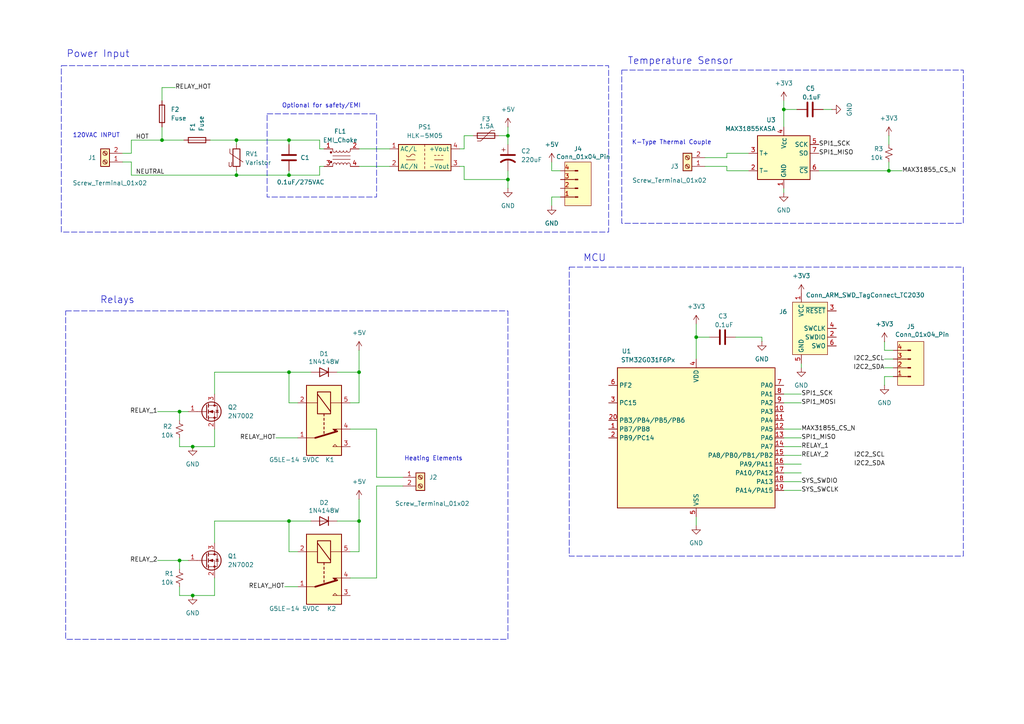
<source format=kicad_sch>
(kicad_sch (version 20250114) (generator "eeschema") (generator_version "9.0")
  (paper "A4")
  (title_block (title "IoT Crockpot Controller") (date "2025-01-25") (rev "0.1") (comment 1 "ESP32-based crockpot controller") (comment 2 "Temperature sensor and relay control"))
  (lib_symbols
    (symbol "Connector:Conn_ARM_SWD_TagConnect_TC2030" (in_bom no)
      (property "Reference" "J" (at 2.54 11.43 0))
      (property "Value" "Conn_ARM_SWD_TagConnect_TC2030" (at 5.08 8.89 0))
      (symbol "Conn_ARM_SWD_TagConnect_TC2030_0_0"
        (pin power_in line (at -2.54 10.16 270) (length 2.54) (name "VCC") (number "1"))
        (pin power_in line (at -2.54 -10.16 90) (length 2.54) (name "GND") (number "5"))
        (pin open_collector line (at 7.62 5.08 180) (length 2.54) (name "~{RESET}") (number "3"))
        (pin output line (at 7.62 0 180) (length 2.54) (name "SWCLK") (number "4"))
        (pin bidirectional line (at 7.62 -2.54 180) (length 2.54) (name "SWDIO") (number "2"))
        (pin input line (at 7.62 -5.08 180) (length 2.54) (name "SWO") (number "6"))
      )
      (symbol "Conn_ARM_SWD_TagConnect_TC2030_0_1"
        (rectangle (start -5.08 7.62) (end 5.08 -7.62) (fill (type background)))
      )
    )
    (symbol "Connector:Screw_Terminal_01x02" (pin_names (offset 1.016) (hide yes))
      (property "Reference" "J" (at 0 2.54 0))
      (property "Value" "Screw_Terminal_01x02" (at 0 -5.08 0))
      (symbol "Screw_Terminal_01x02_1_1"
        (rectangle (start -1.27 1.27) (end 1.27 -3.81) (stroke (width 0.254)) (fill (type background)))
        (polyline (pts (xy -0.5334 0.3302) (xy 0.3302 -0.508)) (stroke (width 0.1524)))
        (polyline (pts (xy -0.5334 -2.2098) (xy 0.3302 -3.048)) (stroke (width 0.1524)))
        (polyline (pts (xy -0.3556 0.508) (xy 0.508 -0.3302)) (stroke (width 0.1524)))
        (polyline (pts (xy -0.3556 -2.032) (xy 0.508 -2.8702)) (stroke (width 0.1524)))
        (circle (center 0 0) (radius 0.635) (stroke (width 0.1524)))
        (circle (center 0 -2.54) (radius 0.635) (stroke (width 0.1524)))
        (pin passive line (at -5.08 0 0) (length 3.81) (name "Pin_1") (number "1"))
        (pin passive line (at -5.08 -2.54 0) (length 3.81) (name "Pin_2") (number "2"))
      )
    )
    (symbol "Connectors:Conn_01x04_Pin" (pin_names (offset 1.016) (hide yes))
      (property "Reference" "J" (at 0 5.08 0))
      (property "Value" "Conn_01x04_Pin" (at 0 -7.62 0))
      (symbol "Conn_01x04_Pin_1_1"
        (rectangle (start -3.81 5.08) (end 3.81 -7.62) (fill (type background)))
        (rectangle (start 0.8636 2.667) (end 0 2.413) (stroke (width 0.1524)) (fill (type outline)))
        (rectangle (start 0.8636 0.127) (end 0 -0.127) (stroke (width 0.1524)) (fill (type outline)))
        (rectangle (start 0.8636 -2.413) (end 0 -2.667) (stroke (width 0.1524)) (fill (type outline)))
        (rectangle (start 0.8636 -4.953) (end 0 -5.207) (stroke (width 0.1524)) (fill (type outline)))
        (polyline (pts (xy 1.27 2.54) (xy 0.8636 2.54)) (stroke (width 0.1524)))
        (polyline (pts (xy 1.27 0) (xy 0.8636 0)) (stroke (width 0.1524)))
        (polyline (pts (xy 1.27 -2.54) (xy 0.8636 -2.54)) (stroke (width 0.1524)))
        (polyline (pts (xy 1.27 -5.08) (xy 0.8636 -5.08)) (stroke (width 0.1524)))
        (pin passive line (at 5.08 2.54 180) (length 3.81) (name "Pin_1") (number "1"))
        (pin passive line (at 5.08 0 180) (length 3.81) (name "Pin_2") (number "2"))
        (pin passive line (at 5.08 -2.54 180) (length 3.81) (name "Pin_3") (number "3"))
        (pin passive line (at 5.08 -5.08 180) (length 3.81) (name "Pin_4") (number "4"))
      )
    )
    (symbol "Converter_ACDC:HLK-5M05"
      (property "Reference" "PS" (at 0 5.08 0))
      (property "Value" "HLK-5M05" (at 0 -5.08 0))
      (symbol "HLK-5M05_0_1"
        (rectangle (start -7.62 3.81) (end 7.62 -3.81) (stroke (width 0.254)) (fill (type background)))
        (polyline (pts (xy -5.334 -0.635) (xy -2.794 -0.635)))
        (arc (start -4.064 0.635) (mid -4.699 0.2495) (end -5.334 0.635))
        (arc (start -4.064 0.635) (mid -3.429 1.0072) (end -2.794 0.635))
        (polyline (pts (xy 0 3.81) (xy 0 3.175)))
        (polyline (pts (xy 0 2.54) (xy 0 1.905)))
        (polyline (pts (xy 0 1.27) (xy 0 0.635)))
        (polyline (pts (xy 0 0) (xy 0 -0.635)))
        (polyline (pts (xy 0 -1.27) (xy 0 -1.905)))
        (polyline (pts (xy 0 -2.54) (xy 0 -3.175)))
        (polyline (pts (xy 2.794 0.635) (xy 3.302 0.635)))
        (polyline (pts (xy 2.794 -0.635) (xy 5.334 -0.635)))
        (polyline (pts (xy 3.81 0.635) (xy 4.318 0.635)))
        (polyline (pts (xy 4.826 0.635) (xy 5.334 0.635)))
      )
      (symbol "HLK-5M05_1_1"
        (pin power_in line (at -10.16 2.54 0) (length 2.54) (name "AC/L") (number "1"))
        (pin power_in line (at -10.16 -2.54 0) (length 2.54) (name "AC/N") (number "2"))
        (pin power_out line (at 10.16 2.54 180) (length 2.54) (name "+Vout") (number "4"))
        (pin power_out line (at 10.16 -2.54 180) (length 2.54) (name "-Vout") (number "3"))
      )
    )
    (symbol "Device:C" (pin_numbers (hide yes)) (pin_names (offset 0.254))
      (property "Reference" "C" (at 0.635 2.54 0))
      (property "Value" "C" (at 0.635 -2.54 0))
      (symbol "C_0_1"
        (polyline (pts (xy -2.032 0.762) (xy 2.032 0.762)) (stroke (width 0.508)))
        (polyline (pts (xy -2.032 -0.762) (xy 2.032 -0.762)) (stroke (width 0.508)))
      )
      (symbol "C_1_1"
        (pin passive line (at 0 3.81 270) (length 2.794) (name "~") (number "1"))
        (pin passive line (at 0 -3.81 90) (length 2.794) (name "~") (number "2"))
      )
    )
    (symbol "Device:C_Polarized_US" (pin_numbers (hide yes)) (pin_names (offset 0.254) (hide yes))
      (property "Reference" "C" (at 0.635 2.54 0))
      (property "Value" "C_Polarized_US" (at 0.635 -2.54 0))
      (symbol "C_Polarized_US_0_1"
        (polyline (pts (xy -2.032 0.762) (xy 2.032 0.762)) (stroke (width 0.508)))
        (polyline (pts (xy -1.778 2.286) (xy -0.762 2.286)))
        (polyline (pts (xy -1.27 1.778) (xy -1.27 2.794)))
        (arc (start -2.032 -1.27) (mid 0 -0.5572) (end 2.032 -1.27) (stroke (width 0.508)))
      )
      (symbol "C_Polarized_US_1_1"
        (pin passive line (at 0 3.81 270) (length 2.794) (name "~") (number "1"))
        (pin passive line (at 0 -3.81 90) (length 3.302) (name "~") (number "2"))
      )
    )
    (symbol "Device:Filter_EMI_CommonMode" (pin_names (offset 0.254) (hide yes))
      (property "Reference" "FL" (at 0 4.445 0))
      (property "Value" "Filter_EMI_CommonMode" (at 0 -4.445 0))
      (symbol "Filter_EMI_CommonMode_0_1"
        (circle (center -3.048 1.524) (radius 0.254) (fill (type outline)))
        (circle (center -3.048 -1.27) (radius 0.254) (fill (type outline)))
        (polyline (pts (xy -2.54 2.032) (xy -2.54 2.54)))
        (polyline (pts (xy -2.54 0.508) (xy 2.54 0.508)))
        (polyline (pts (xy -2.54 -2.032) (xy -2.54 -2.54)))
        (arc (start -1.524 2.032) (mid -2.032 1.5262) (end -2.54 2.032))
        (arc (start -2.54 -2.032) (mid -2.032 -1.5262) (end -1.524 -2.032))
        (arc (start -0.508 2.032) (mid -1.016 1.5262) (end -1.524 2.032))
        (arc (start -1.524 -2.032) (mid -1.016 -1.5262) (end -0.508 -2.032))
        (arc (start 0.508 2.032) (mid 0 1.5262) (end -0.508 2.032))
        (arc (start -0.508 -2.032) (mid 0 -1.5262) (end 0.508 -2.032))
        (arc (start 1.524 2.032) (mid 1.016 1.5262) (end 0.508 2.032))
        (arc (start 0.508 -2.032) (mid 1.016 -1.5262) (end 1.524 -2.032))
        (arc (start 2.54 2.032) (mid 2.032 1.5262) (end 1.524 2.032))
        (arc (start 1.524 -2.032) (mid 2.032 -1.5262) (end 2.54 -2.032))
        (polyline (pts (xy 2.54 2.54) (xy 2.54 2.032)))
        (polyline (pts (xy 2.54 -0.508) (xy -2.54 -0.508)))
        (polyline (pts (xy 2.54 -2.032) (xy 2.54 -2.54)))
      )
      (symbol "Filter_EMI_CommonMode_1_1"
        (pin passive line (at -5.08 2.54 0) (length 2.54) (name "1") (number "1"))
        (pin passive line (at -5.08 -2.54 0) (length 2.54) (name "3") (number "3"))
        (pin passive line (at 5.08 2.54 180) (length 2.54) (name "2") (number "2"))
        (pin passive line (at 5.08 -2.54 180) (length 2.54) (name "4") (number "4"))
      )
    )
    (symbol "Device:Fuse" (pin_numbers (hide yes)) (pin_names (offset 0))
      (property "Reference" "F" (at 2.032 0 90))
      (property "Value" "Fuse" (at -1.905 0 90))
      (symbol "Fuse_0_1"
        (rectangle (start -0.762 -2.54) (end 0.762 2.54) (stroke (width 0.254)))
        (polyline (pts (xy 0 2.54) (xy 0 -2.54)))
      )
      (symbol "Fuse_1_1"
        (pin passive line (at 0 3.81 270) (length 1.27) (name "~") (number "1"))
        (pin passive line (at 0 -3.81 90) (length 1.27) (name "~") (number "2"))
      )
    )
    (symbol "Device:Polyfuse" (pin_numbers (hide yes)) (pin_names (offset 0))
      (property "Reference" "F" (at -2.54 0 90))
      (property "Value" "Polyfuse" (at 2.54 0 90))
      (symbol "Polyfuse_0_1"
        (polyline (pts (xy -1.524 2.54) (xy -1.524 1.524) (xy 1.524 -1.524) (xy 1.524 -2.54)))
        (rectangle (start -0.762 2.54) (end 0.762 -2.54) (stroke (width 0.254)))
        (polyline (pts (xy 0 2.54) (xy 0 -2.54)))
      )
      (symbol "Polyfuse_1_1"
        (pin passive line (at 0 3.81 270) (length 1.27) (name "~") (number "1"))
        (pin passive line (at 0 -3.81 90) (length 1.27) (name "~") (number "2"))
      )
    )
    (symbol "Device:R_Small_US" (pin_numbers (hide yes)) (pin_names (offset 0.254) (hide yes))
      (property "Reference" "R" (at 0.762 0.508 0))
      (property "Value" "R_Small_US" (at 0.762 -1.016 0))
      (symbol "R_Small_US_1_1"
        (polyline (pts (xy 0 1.524) (xy 1.016 1.143) (xy 0 0.762) (xy -1.016 0.381) (xy 0 0)))
        (polyline (pts (xy 0 0) (xy 1.016 -0.381) (xy 0 -0.762) (xy -1.016 -1.143) (xy 0 -1.524)))
        (pin passive line (at 0 2.54 270) (length 1.016) (name "~") (number "1"))
        (pin passive line (at 0 -2.54 90) (length 1.016) (name "~") (number "2"))
      )
    )
    (symbol "Device:Varistor" (pin_numbers (hide yes)) (pin_names (offset 0))
      (property "Reference" "RV" (at 3.175 0 90))
      (property "Value" "Varistor" (at -3.175 0 90))
      (symbol "Varistor_0_0"
        (text "U" (at -1.778 -2.032 0) (effects (font (size 1.27 1.27))))
      )
      (symbol "Varistor_0_1"
        (polyline (pts (xy -1.905 2.54) (xy -1.905 1.27) (xy 1.905 -1.27)))
        (rectangle (start -1.016 -2.54) (end 1.016 2.54) (stroke (width 0.254)))
      )
      (symbol "Varistor_1_1"
        (pin passive line (at 0 3.81 270) (length 1.27) (name "~") (number "1"))
        (pin passive line (at 0 -3.81 90) (length 1.27) (name "~") (number "2"))
      )
    )
    (symbol "Diode:1N4148W" (pin_numbers (hide yes)) (pin_names (hide yes))
      (property "Reference" "D" (at 0 2.54 0))
      (property "Value" "1N4148W" (at 0 -2.54 0))
      (symbol "1N4148W_0_1"
        (polyline (pts (xy -1.27 1.27) (xy -1.27 -1.27)) (stroke (width 0.254)))
        (polyline (pts (xy 1.27 1.27) (xy 1.27 -1.27) (xy -1.27 0) (xy 1.27 1.27)) (stroke (width 0.254)))
        (polyline (pts (xy 1.27 0) (xy -1.27 0)))
      )
      (symbol "1N4148W_1_1"
        (pin passive line (at -3.81 0 0) (length 2.54) (name "K") (number "1"))
        (pin passive line (at 3.81 0 180) (length 2.54) (name "A") (number "2"))
      )
    )
    (symbol "MCU_ST_STM32G0:STM32G031F6Px"
      (property "Reference" "U" (at -22.86 21.59 0))
      (property "Value" "STM32G031F6Px" (at 2.54 21.59 0))
      (symbol "STM32G031F6Px_0_1"
        (rectangle (start -22.86 -20.32) (end 22.86 20.32) (stroke (width 0.254)) (fill (type background)))
      )
      (symbol "STM32G031F6Px_1_1"
        (pin bidirectional line (at -25.4 15.24 0) (length 2.54) (name "PF2") (number "6"))
        (pin bidirectional line (at -25.4 10.16 0) (length 2.54) (name "PC15") (number "3"))
        (pin bidirectional line (at -25.4 5.08 0) (length 2.54) (name "PB3/PB4/PB5/PB6") (number "20"))
        (pin bidirectional line (at -25.4 2.54 0) (length 2.54) (name "PB7/PB8") (number "1"))
        (pin bidirectional line (at -25.4 0 0) (length 2.54) (name "PB9/PC14") (number "2"))
        (pin power_in line (at 0 22.86 270) (length 2.54) (name "VDD") (number "4"))
        (pin power_in line (at 0 -22.86 90) (length 2.54) (name "VSS") (number "5"))
        (pin bidirectional line (at 25.4 15.24 180) (length 2.54) (name "PA0") (number "7"))
        (pin bidirectional line (at 25.4 12.7 180) (length 2.54) (name "PA1") (number "8"))
        (pin bidirectional line (at 25.4 10.16 180) (length 2.54) (name "PA2") (number "9"))
        (pin bidirectional line (at 25.4 7.62 180) (length 2.54) (name "PA3") (number "10"))
        (pin bidirectional line (at 25.4 5.08 180) (length 2.54) (name "PA4") (number "11"))
        (pin bidirectional line (at 25.4 2.54 180) (length 2.54) (name "PA5") (number "12"))
        (pin bidirectional line (at 25.4 0 180) (length 2.54) (name "PA6") (number "13"))
        (pin bidirectional line (at 25.4 -2.54 180) (length 2.54) (name "PA7") (number "14"))
        (pin bidirectional line (at 25.4 -5.08 180) (length 2.54) (name "PA8/PB0/PB1/PB2") (number "15"))
        (pin bidirectional line (at 25.4 -7.62 180) (length 2.54) (name "PA9/PA11") (number "16"))
        (pin bidirectional line (at 25.4 -10.16 180) (length 2.54) (name "PA10/PA12") (number "17"))
        (pin bidirectional line (at 25.4 -12.7 180) (length 2.54) (name "PA13") (number "18"))
        (pin bidirectional line (at 25.4 -15.24 180) (length 2.54) (name "PA14/PA15") (number "19"))
      )
    )
    (symbol "Relay:G5LE-1"
      (property "Reference" "K" (at 11.43 3.81 0))
      (property "Value" "G5LE-1" (at 11.43 1.27 0))
      (symbol "G5LE-1_0_0"
        (polyline (pts (xy 7.62 5.08) (xy 7.62 2.54) (xy 6.985 3.175) (xy 7.62 3.81)))
      )
      (symbol "G5LE-1_0_1"
        (rectangle (start -10.16 5.08) (end 10.16 -5.08) (stroke (width 0.254)) (fill (type background)))
        (rectangle (start -8.255 1.905) (end -1.905 -1.905) (stroke (width 0.254)))
        (polyline (pts (xy -7.62 -1.905) (xy -2.54 1.905)) (stroke (width 0.254)))
        (polyline (pts (xy -5.08 5.08) (xy -5.08 1.905)))
        (polyline (pts (xy -5.08 -5.08) (xy -5.08 -1.905)))
        (polyline (pts (xy -1.905 0) (xy -1.27 0)) (stroke (width 0.254)))
        (polyline (pts (xy -0.635 0) (xy 0 0)) (stroke (width 0.254)))
        (polyline (pts (xy 0.635 0) (xy 1.27 0)) (stroke (width 0.254)))
        (polyline (pts (xy 1.905 0) (xy 2.54 0)) (stroke (width 0.254)))
        (polyline (pts (xy 2.54 5.08) (xy 2.54 2.54) (xy 3.175 3.175) (xy 2.54 3.81)) (fill (type outline)))
        (polyline (pts (xy 3.175 0) (xy 3.81 0)) (stroke (width 0.254)))
        (polyline (pts (xy 5.08 -2.54) (xy 3.175 3.81)) (stroke (width 0.508)))
        (polyline (pts (xy 5.08 -2.54) (xy 5.08 -5.08)))
      )
      (symbol "G5LE-1_1_1"
        (pin passive line (at -5.08 7.62 270) (length 2.54) (name "~") (number "5"))
        (pin passive line (at -5.08 -7.62 90) (length 2.54) (name "~") (number "2"))
        (pin passive line (at 2.54 7.62 270) (length 2.54) (name "~") (number "4"))
        (pin passive line (at 5.08 -7.62 90) (length 2.54) (name "~") (number "1"))
        (pin passive line (at 7.62 7.62 270) (length 2.54) (name "~") (number "3"))
      )
    )
    (symbol "Sensor_Temperature:MAX31855KASA"
      (property "Reference" "U" (at -7.62 8.89 0))
      (property "Value" "MAX31855KASA" (at 1.27 8.89 0))
      (symbol "MAX31855KASA_0_1"
        (rectangle (start -7.62 7.62) (end 7.62 -5.08) (stroke (width 0.254)) (fill (type background)))
      )
      (symbol "MAX31855KASA_1_1"
        (pin passive line (at -10.16 2.54 0) (length 2.54) (name "T+") (number "3"))
        (pin passive line (at -10.16 -2.54 0) (length 2.54) (name "T-") (number "2"))
        (pin no_connect line (at -7.62 5.08 0) (length 2.54) (hide yes) (name "NC") (number "8"))
        (pin power_in line (at 0 10.16 270) (length 2.54) (name "V_{CC}") (number "4"))
        (pin power_in line (at 0 -7.62 90) (length 2.54) (name "GND") (number "1"))
        (pin input line (at 10.16 5.08 180) (length 2.54) (name "SCK") (number "5"))
        (pin tri_state line (at 10.16 2.54 180) (length 2.54) (name "SO") (number "7"))
        (pin input line (at 10.16 -2.54 180) (length 2.54) (name "~{CS}") (number "6"))
      )
    )
    (symbol "Transistor_FET:2N7002" (pin_names (offset 0) (hide yes))
      (property "Reference" "Q" (at 5.08 1.905 0))
      (property "Value" "2N7002" (at 5.08 0 0))
      (symbol "2N7002_0_1"
        (polyline (pts (xy 0.254 1.905) (xy 0.254 -1.905)) (stroke (width 0.254)))
        (polyline (pts (xy 0.254 0) (xy -2.54 0)))
        (polyline (pts (xy 0.762 2.286) (xy 0.762 1.27)) (stroke (width 0.254)))
        (polyline (pts (xy 0.762 0.508) (xy 0.762 -0.508)) (stroke (width 0.254)))
        (polyline (pts (xy 0.762 -1.27) (xy 0.762 -2.286)) (stroke (width 0.254)))
        (polyline (pts (xy 0.762 -1.778) (xy 3.302 -1.778) (xy 3.302 1.778) (xy 0.762 1.778)))
        (polyline (pts (xy 1.016 0) (xy 2.032 0.381) (xy 2.032 -0.381) (xy 1.016 0)) (fill (type outline)))
        (circle (center 1.651 0) (radius 2.794) (stroke (width 0.254)))
        (polyline (pts (xy 2.54 2.54) (xy 2.54 1.778)))
        (circle (center 2.54 1.778) (radius 0.254) (fill (type outline)))
        (circle (center 2.54 -1.778) (radius 0.254) (fill (type outline)))
        (polyline (pts (xy 2.54 -2.54) (xy 2.54 0) (xy 0.762 0)))
        (polyline (pts (xy 2.921 0.381) (xy 3.683 0.381)))
        (polyline (pts (xy 3.302 0.381) (xy 2.921 -0.254) (xy 3.683 -0.254) (xy 3.302 0.381)))
      )
      (symbol "2N7002_1_1"
        (pin input line (at -5.08 0 0) (length 2.54) (name "G") (number "1"))
        (pin passive line (at 2.54 5.08 270) (length 2.54) (name "D") (number "3"))
        (pin passive line (at 2.54 -5.08 90) (length 2.54) (name "S") (number "2"))
      )
    )
    (symbol "power:+3V3" (power) (pin_numbers (hide yes)) (pin_names (offset 0) (hide yes))
      (property "Value" "+3V3" (at 0 3.556 0))
      (symbol "+3V3_0_1"
        (polyline (pts (xy -0.762 1.27) (xy 0 2.54)))
        (polyline (pts (xy 0 2.54) (xy 0.762 1.27)))
        (polyline (pts (xy 0 0) (xy 0 2.54)))
      )
      (symbol "+3V3_1_1"
        (pin power_in line (at 0 0 90) (length 0) (name "~") (number "1"))
      )
    )
    (symbol "power:+5V" (power) (pin_numbers (hide yes)) (pin_names (offset 0) (hide yes))
      (property "Value" "+5V" (at 0 3.556 0))
      (symbol "+5V_0_1"
        (polyline (pts (xy -0.762 1.27) (xy 0 2.54)))
        (polyline (pts (xy 0 2.54) (xy 0.762 1.27)))
        (polyline (pts (xy 0 0) (xy 0 2.54)))
      )
      (symbol "+5V_1_1"
        (pin power_in line (at 0 0 90) (length 0) (name "~") (number "1"))
      )
    )
    (symbol "power:GND" (power) (pin_numbers (hide yes)) (pin_names (offset 0) (hide yes))
      (property "Value" "GND" (at 0 -3.81 0))
      (symbol "GND_0_1"
        (polyline (pts (xy 0 0) (xy 0 -1.27) (xy 1.27 -1.27) (xy 0 -2.54) (xy -1.27 -1.27) (xy 0 -1.27)))
      )
      (symbol "GND_1_1"
        (pin power_in line (at 0 0 270) (length 0) (name "~") (number "1"))
      )
    )
  )
  (rectangle (start 165.1 77.47) (end 279.4 161.29) (stroke (width 0) (type dash)))
  (rectangle (start 19.05 90.17) (end 147.32 185.42) (stroke (width 0) (type dash)))
  (rectangle (start 180.34 20.32) (end 279.4 64.77) (stroke (width 0) (type dash)))
  (rectangle (start 77.47 33.02) (end 109.22 57.15) (stroke (width 0) (type dash)))
  (rectangle (start 17.78 19.05) (end 176.53 67.31) (stroke (width 0) (type dash)))
  (text "120VAC INPUT" (at 27.94 39.37 0) (effects (font (size 1.27 1.27))))
  (text "K-Type Thermal Couple" (at 194.818 41.402 0) (effects (font (size 1.27 1.27))))
  (text "Relays" (at 34.036 87.122 0) (effects (font (size 2.032 2.032))))
  (text "Power Input" (at 28.448 15.748 0) (effects (font (size 2.032 2.032))))
  (text "Heating Elements" (at 125.73 133.096 0) (effects (font (size 1.27 1.27))))
  (text "Optional for safety/EMI" (at 93.218 30.734 0) (effects (font (size 1.27 1.27))))
  (text "Temperature Sensor" (at 197.358 17.78 0) (effects (font (size 2.032 2.032))))
  (text "MCU" (at 172.466 74.93 0) (effects (font (size 2.032 2.032))))
  (junction (at 104.14 107.95))
  (junction (at 83.82 40.64))
  (junction (at 227.33 31.75))
  (junction (at 55.88 172.72))
  (junction (at 83.82 50.8))
  (junction (at 68.58 50.8))
  (junction (at 104.14 151.13))
  (junction (at 83.82 107.95))
  (junction (at 147.32 39.37))
  (junction (at 257.81 49.53))
  (junction (at 83.82 151.13))
  (junction (at 201.93 97.79))
  (junction (at 52.07 119.38))
  (junction (at 46.99 40.64))
  (junction (at 52.07 162.56))
  (junction (at 55.88 129.54))
  (junction (at 68.58 40.64))
  (junction (at 147.32 52.07))
  (wire (pts (xy 227.33 29.21) (xy 227.33 31.75)))
  (wire (pts (xy 160.02 46.99) (xy 160.02 49.53)))
  (wire (pts (xy 83.82 151.13) (xy 83.82 160.02)))
  (wire (pts (xy 147.32 36.83) (xy 147.32 39.37)))
  (wire (pts (xy 227.33 36.83) (xy 227.33 31.75)))
  (wire (pts (xy 232.41 129.54) (xy 227.33 129.54)))
  (wire (pts (xy 256.54 104.14) (xy 259.08 104.14)))
  (wire (pts (xy 147.32 52.07) (xy 147.32 54.61)))
  (wire (pts (xy 38.1 40.64) (xy 46.99 40.64)))
  (wire (pts (xy 147.32 49.53) (xy 147.32 52.07)))
  (wire (pts (xy 256.54 106.68) (xy 259.08 106.68)))
  (wire (pts (xy 227.33 114.3) (xy 232.41 114.3)))
  (wire (pts (xy 220.98 97.79) (xy 220.98 99.06)))
  (wire (pts (xy 144.78 39.37) (xy 147.32 39.37)))
  (wire (pts (xy 83.82 40.64) (xy 83.82 41.91)))
  (wire (pts (xy 256.54 109.22) (xy 256.54 111.76)))
  (wire (pts (xy 109.22 140.97) (xy 109.22 167.64)))
  (wire (pts (xy 45.72 119.38) (xy 52.07 119.38)))
  (wire (pts (xy 38.1 44.45) (xy 38.1 40.64)))
  (wire (pts (xy 55.88 172.72) (xy 52.07 172.72)))
  (wire (pts (xy 86.36 116.84) (xy 83.82 116.84)))
  (wire (pts (xy 232.41 139.7) (xy 227.33 139.7)))
  (wire (pts (xy 104.14 43.18) (xy 113.03 43.18)))
  (wire (pts (xy 68.58 49.53) (xy 68.58 50.8)))
  (wire (pts (xy 227.33 134.62) (xy 232.41 134.62)))
  (wire (pts (xy 104.14 151.13) (xy 104.14 160.02)))
  (wire (pts (xy 92.71 48.26) (xy 92.71 50.8)))
  (wire (pts (xy 52.07 119.38) (xy 54.61 119.38)))
  (wire (pts (xy 232.41 106.68) (xy 232.41 105.41)))
  (wire (pts (xy 82.55 170.18) (xy 86.36 170.18)))
  (wire (pts (xy 256.54 101.6) (xy 259.08 101.6)))
  (wire (pts (xy 52.07 127) (xy 52.07 129.54)))
  (wire (pts (xy 257.81 49.53) (xy 257.81 46.99)))
  (wire (pts (xy 45.72 162.56) (xy 52.07 162.56)))
  (wire (pts (xy 104.14 101.6) (xy 104.14 107.95)))
  (wire (pts (xy 147.32 39.37) (xy 147.32 41.91)))
  (wire (pts (xy 68.58 40.64) (xy 83.82 40.64)))
  (wire (pts (xy 68.58 40.64) (xy 68.58 41.91)))
  (wire (pts (xy 204.47 45.72) (xy 210.82 45.72)))
  (wire (pts (xy 109.22 167.64) (xy 101.6 167.64)))
  (wire (pts (xy 92.71 40.64) (xy 92.71 43.18)))
  (wire (pts (xy 101.6 116.84) (xy 104.14 116.84)))
  (wire (pts (xy 62.23 124.46) (xy 62.23 129.54)))
  (wire (pts (xy 134.62 48.26) (xy 134.62 52.07)))
  (wire (pts (xy 92.71 43.18) (xy 93.98 43.18)))
  (wire (pts (xy 46.99 40.64) (xy 53.34 40.64)))
  (wire (pts (xy 90.17 151.13) (xy 83.82 151.13)))
  (wire (pts (xy 62.23 114.3) (xy 62.23 107.95)))
  (wire (pts (xy 52.07 121.92) (xy 52.07 119.38)))
  (wire (pts (xy 62.23 151.13) (xy 83.82 151.13)))
  (wire (pts (xy 232.41 124.46) (xy 227.33 124.46)))
  (wire (pts (xy 133.35 43.18) (xy 134.62 43.18)))
  (wire (pts (xy 201.93 93.98) (xy 201.93 97.79)))
  (wire (pts (xy 213.36 97.79) (xy 220.98 97.79)))
  (wire (pts (xy 46.99 25.4) (xy 50.8 25.4)))
  (wire (pts (xy 46.99 36.83) (xy 46.99 40.64)))
  (wire (pts (xy 83.82 50.8) (xy 68.58 50.8)))
  (wire (pts (xy 101.6 124.46) (xy 109.22 124.46)))
  (wire (pts (xy 227.33 127) (xy 232.41 127)))
  (wire (pts (xy 97.79 107.95) (xy 104.14 107.95)))
  (wire (pts (xy 55.88 129.54) (xy 52.07 129.54)))
  (wire (pts (xy 52.07 162.56) (xy 54.61 162.56)))
  (wire (pts (xy 227.33 54.61) (xy 227.33 55.88)))
  (wire (pts (xy 232.41 142.24) (xy 227.33 142.24)))
  (wire (pts (xy 62.23 157.48) (xy 62.23 151.13)))
  (wire (pts (xy 62.23 172.72) (xy 55.88 172.72)))
  (wire (pts (xy 160.02 49.53) (xy 162.56 49.53)))
  (wire (pts (xy 35.56 46.99) (xy 38.1 46.99)))
  (wire (pts (xy 116.84 140.97) (xy 109.22 140.97)))
  (wire (pts (xy 232.41 132.08) (xy 227.33 132.08)))
  (wire (pts (xy 62.23 107.95) (xy 83.82 107.95)))
  (wire (pts (xy 104.14 107.95) (xy 104.14 116.84)))
  (wire (pts (xy 160.02 57.15) (xy 162.56 57.15)))
  (wire (pts (xy 210.82 45.72) (xy 210.82 44.45)))
  (wire (pts (xy 62.23 167.64) (xy 62.23 172.72)))
  (wire (pts (xy 210.82 48.26) (xy 210.82 49.53)))
  (wire (pts (xy 101.6 160.02) (xy 104.14 160.02)))
  (wire (pts (xy 38.1 46.99) (xy 38.1 50.8)))
  (wire (pts (xy 104.14 144.78) (xy 104.14 151.13)))
  (wire (pts (xy 210.82 44.45) (xy 217.17 44.45)))
  (wire (pts (xy 38.1 50.8) (xy 68.58 50.8)))
  (wire (pts (xy 83.82 40.64) (xy 92.71 40.64)))
  (wire (pts (xy 133.35 48.26) (xy 134.62 48.26)))
  (wire (pts (xy 92.71 50.8) (xy 83.82 50.8)))
  (wire (pts (xy 259.08 109.22) (xy 256.54 109.22)))
  (wire (pts (xy 83.82 107.95) (xy 90.17 107.95)))
  (wire (pts (xy 204.47 48.26) (xy 210.82 48.26)))
  (wire (pts (xy 237.49 49.53) (xy 257.81 49.53)))
  (wire (pts (xy 201.93 97.79) (xy 205.74 97.79)))
  (wire (pts (xy 241.3 31.75) (xy 238.76 31.75)))
  (wire (pts (xy 227.33 116.84) (xy 232.41 116.84)))
  (wire (pts (xy 93.98 48.26) (xy 92.71 48.26)))
  (wire (pts (xy 97.79 151.13) (xy 104.14 151.13)))
  (wire (pts (xy 46.99 29.21) (xy 46.99 25.4)))
  (wire (pts (xy 62.23 129.54) (xy 55.88 129.54)))
  (wire (pts (xy 210.82 49.53) (xy 217.17 49.53)))
  (wire (pts (xy 256.54 99.06) (xy 256.54 101.6)))
  (wire (pts (xy 134.62 39.37) (xy 137.16 39.37)))
  (wire (pts (xy 257.81 49.53) (xy 261.62 49.53)))
  (wire (pts (xy 227.33 137.16) (xy 232.41 137.16)))
  (wire (pts (xy 201.93 97.79) (xy 201.93 104.14)))
  (wire (pts (xy 109.22 124.46) (xy 109.22 138.43)))
  (wire (pts (xy 109.22 138.43) (xy 116.84 138.43)))
  (wire (pts (xy 83.82 116.84) (xy 83.82 107.95)))
  (wire (pts (xy 35.56 44.45) (xy 38.1 44.45)))
  (wire (pts (xy 227.33 31.75) (xy 231.14 31.75)))
  (wire (pts (xy 201.93 149.86) (xy 201.93 152.4)))
  (wire (pts (xy 83.82 160.02) (xy 86.36 160.02)))
  (wire (pts (xy 60.96 40.64) (xy 68.58 40.64)))
  (wire (pts (xy 104.14 48.26) (xy 113.03 48.26)))
  (wire (pts (xy 52.07 165.1) (xy 52.07 162.56)))
  (wire (pts (xy 80.01 127) (xy 86.36 127)))
  (wire (pts (xy 83.82 49.53) (xy 83.82 50.8)))
  (wire (pts (xy 160.02 59.69) (xy 160.02 57.15)))
  (wire (pts (xy 134.62 39.37) (xy 134.62 43.18)))
  (wire (pts (xy 134.62 52.07) (xy 147.32 52.07)))
  (wire (pts (xy 257.81 39.37) (xy 257.81 41.91)))
  (wire (pts (xy 52.07 170.18) (xy 52.07 172.72)))
  (label "RELAY_HOT" (at 80.01 127 180))
  (label "I2C2_SCL" (at 247.65 132.08 0))
  (label "SPI1_MISO" (at 237.49 44.45 0))
  (label "SPI1_MISO" (at 232.41 127 0))
  (label "SYS_SWDIO" (at 232.41 139.7 0))
  (label "SPI1_SCK" (at 232.41 114.3 0))
  (label "RELAY_1" (at 45.72 119.38 180))
  (label "NEUTRAL" (at 39.37 50.8 0))
  (label "RELAY_1" (at 232.41 129.54 0))
  (label "MAX31855_CS_N" (at 232.41 124.46 0))
  (label "RELAY_2" (at 45.72 162.56 180))
  (label "RELAY_HOT" (at 50.8 25.4 0))
  (label "I2C2_SDA" (at 247.65 134.62 0))
  (label "SYS_SWCLK" (at 232.41 142.24 0))
  (label "HOT" (at 39.37 40.64 0))
  (label "SPI1_SCK" (at 237.49 41.91 0))
  (label "I2C2_SDA" (at 256.54 106.68 180))
  (label "RELAY_2" (at 232.41 132.08 0))
  (label "SPI1_MOSI" (at 232.41 116.84 0))
  (label "RELAY_HOT" (at 82.55 170.18 180))
  (label "MAX31855_CS_N" (at 261.62 49.53 0))
  (label "I2C2_SCL" (at 256.54 104.14 180))
  (symbol (lib_id "power:GND") (at 241.3 31.75 90) (unit 1)
    (property "Reference" "#PWR06" (effects (hide yes)))
    (property "Value" "GND" (at 246.38 31.75 0))
    (property "Description" "Power symbol creates a global label with name \"GND\" , ground" (effects (hide yes)))
  )
  (symbol (lib_id "Device:R_Small_US") (at 52.07 124.46 0) (unit 1)
    (property "Reference" "R2" (at 47.244 123.698 0) (effects (justify left)))
    (property "Value" "10k" (at 46.736 126.238 0) (effects (justify left)))
    (property "Footprint" "Resistor_SMD:R_0603_1608Metric" (effects (hide yes)))
    (property "Description" "Resistor, small US symbol" (effects (hide yes)))
  )
  (symbol (lib_id "Device:C") (at 83.82 45.72 0) (unit 1)
    (property "Reference" "C1" (at 87.122 45.72 0) (effects (justify left)))
    (property "Value" "0.1uF/275VAC" (at 80.264 52.832 0) (effects (justify left)))
    (property "Description" "Unpolarized capacitor" (effects (hide yes)))
  )
  (symbol (lib_id "Relay:G5LE-1") (at 93.98 165.1 270) (unit 1)
    (property "Reference" "K2" (at 97.536 176.53 90) (effects (justify right)))
    (property "Value" "G5LE-14 5VDC" (at 92.7101 176.53 90) (effects (justify right)))
    (property "Footprint" "Relay_THT:Relay_SPDT_Omron-G5LE-1" (effects (hide yes)))
    (property "Datasheet" "http://www.omron.com/ecb/products/pdf/en-g5le.pdf" (effects (hide yes)))
    (property "Description" "Omron OMRON G5LE-14 5VDC relay, Miniature Single Pole, SPDT, 10A" (effects (hide yes)))
  )
  (symbol (lib_id "power:GND") (at 232.41 106.68 0) (unit 1)
    (property "Reference" "#PWR019" (effects (hide yes)))
    (property "Value" "GND" (at 232.41 111.76 0))
    (property "Description" "Power symbol creates a global label with name \"GND\" , ground" (effects (hide yes)))
  )
  (symbol (lib_id "power:GND") (at 220.98 99.06 0) (unit 1)
    (property "Reference" "#PWR013" (effects (hide yes)))
    (property "Value" "GND" (at 220.98 104.14 0))
    (property "Description" "Power symbol creates a global label with name \"GND\" , ground" (effects (hide yes)))
  )
  (symbol (lib_id "Device:Varistor") (at 68.58 45.72 0) (unit 1)
    (property "Reference" "RV1" (at 71.12 44.6432 0) (effects (justify left)))
    (property "Value" "Varistor" (at 71.12 47.1832 0) (effects (justify left)))
    (property "Footprint" "Varistor:RV_Rect_V25S440P_L26.5mm_W8.2mm_P12.7mm" (effects (hide yes)))
    (property "Description" "Voltage dependent resistor" (effects (hide yes)))
    (property "Sim.Name" "kicad_builtin_varistor" (effects (hide yes)))
    (property "Sim.Device" "SUBCKT" (effects (hide yes)))
    (property "Sim.Pins" "1=A 2=B" (effects (hide yes)))
    (property "Sim.Params" "threshold=1k" (effects (hide yes)))
    (property "Sim.Library" "${KICAD9_SYMBOL_DIR}/Simulation_SPICE.sp" (effects (hide yes)))
    (property "Manufacturer" "BOURNS" (effects (hide yes)))
    (property "Part No" "MOV-10D561K" (effects (hide yes)))
  )
  (symbol (lib_id "Connector:Screw_Terminal_01x02") (at 121.92 138.43 0) (unit 1)
    (property "Reference" "J2" (at 124.46 138.4299 0) (effects (justify left)))
    (property "Value" "Screw_Terminal_01x02" (at 114.554 146.05 0) (effects (justify left)))
    (property "Footprint" "TerminalBlock_Phoenix:TerminalBlock_Phoenix_MKDS-1,5-2_1x02_P5.00mm_Horizontal" (effects (hide yes)))
    (property "Description" "Generic screw terminal, single row, 01x02, script generated (kicad-library-utils/schlib/autogen/connector/)" (effects (hide yes)))
    (property "Manufacturer" "Phoenix Contact" (effects (hide yes)))
    (property "Part No." "1935161" (effects (hide yes)))
  )
  (symbol (lib_id "Connector:Screw_Terminal_01x02") (at 30.48 46.99 180) (unit 1)
    (property "Reference" "J1" (at 27.94 45.72 0) (effects (justify left)))
    (property "Value" "Screw_Terminal_01x02" (at 42.672 53.086 0) (effects (justify left)))
    (property "Footprint" "TerminalBlock_Phoenix:TerminalBlock_Phoenix_MKDS-1,5-2_1x02_P5.00mm_Horizontal" (effects (hide yes)))
    (property "Description" "Generic screw terminal, single row, 01x02, script generated (kicad-library-utils/schlib/autogen/connector/)" (effects (hide yes)))
    (property "Manufacturer" "Phoenix Contact" (effects (hide yes)))
    (property "Part No" "1935161" (effects (hide yes)))
  )
  (symbol (lib_id "power:GND") (at 256.54 111.76 0) (unit 1)
    (property "Reference" "#PWR014" (effects (hide yes)))
    (property "Value" "GND" (at 256.54 116.84 0))
    (property "Description" "Power symbol creates a global label with name \"GND\" , ground" (effects (hide yes)))
  )
  (symbol (lib_id "power:+3V3") (at 227.33 29.21 0) (unit 1)
    (property "Reference" "#PWR08" (effects (hide yes)))
    (property "Value" "+3V3" (at 227.33 24.13 0))
    (property "Description" "Power symbol creates a global label with name \"+3V3\"" (effects (hide yes)))
  )
  (symbol (lib_id "Sensor_Temperature:MAX31855KASA") (at 227.33 46.99 0) (unit 1)
    (property "Reference" "U3" (at 222.25 34.798 0) (effects (justify left)))
    (property "Value" "MAX31855KASA" (at 210.312 37.338 0) (effects (justify left)))
    (property "Footprint" "Package_SO:SOIC-8_3.9x4.9mm_P1.27mm" (effects (hide yes)))
    (property "Datasheet" "http://datasheets.maximintegrated.com/en/ds/MAX31855.pdf" (effects (hide yes)))
    (property "Description" "Cold Junction K-type Thermocouple Interface, SPI, SOIC-8" (effects (hide yes)))
    (property "Manufacturer" "Maxim Integrated" (effects (hide yes)))
    (property "Part No." "MAX31855" (effects (hide yes)))
  )
  (symbol (lib_id "Connectors:Conn_01x04_Pin") (at 264.16 106.68 180) (unit 1)
    (property "Reference" "J5" (at 264.16 94.742 0))
    (property "Value" "Conn_01x04_Pin" (at 267.462 97.028 0))
    (property "Description" "Generic connector, single row, 01x04, script generated" (effects (hide yes)))
  )
  (symbol (lib_id "Connectors:Conn_01x04_Pin") (at 167.64 54.61 180) (unit 1)
    (property "Reference" "J4" (at 167.64 43.18 0))
    (property "Value" "Conn_01x04_Pin" (at 169.164 45.466 0))
    (property "Description" "Generic connector, single row, 01x04, script generated" (effects (hide yes)))
  )
  (symbol (lib_id "Connector:Conn_ARM_SWD_TagConnect_TC2030") (at 234.95 95.25 0) (unit 1) (in_bom no)
    (property "Reference" "J6" (at 228.346 90.424 0) (effects (justify right)))
    (property "Value" "Conn_ARM_SWD_TagConnect_TC2030" (at 268.224 85.598 0) (effects (justify right)))
    (property "Footprint" "Connector:Tag-Connect_TC2030-IDC-FP_2x03_P1.27mm_Vertical" (effects (hide yes)))
    (property "Datasheet" "https://www.tag-connect.com/wp-content/uploads/bsk-pdf-manager/TC2030-CTX_1.pdf" (effects (hide yes)))
    (property "Description" "Tag-Connect ARM Cortex SWD JTAG connector, 6 pin" (effects (hide yes)))
  )
  (symbol (lib_id "Device:R_Small_US") (at 257.81 44.45 0) (unit 1)
    (property "Reference" "R3" (at 253.492 43.18 0) (effects (justify left)))
    (property "Value" "10k" (at 252.476 45.72 0) (effects (justify left)))
    (property "Footprint" "Resistor_SMD:R_0603_1608Metric" (effects (hide yes)))
    (property "Description" "Resistor, small US symbol" (effects (hide yes)))
  )
  (symbol (lib_id "power:+5V") (at 104.14 144.78 0) (unit 1)
    (property "Reference" "#PWR010" (effects (hide yes)))
    (property "Value" "+5V" (at 104.14 139.7 0))
    (property "Description" "Power symbol creates a global label with name \"+5V\"" (effects (hide yes)))
  )
  (symbol (lib_id "Device:Fuse") (at 46.99 33.02 0) (unit 1)
    (property "Reference" "F2" (at 49.53 31.7499 0) (effects (justify left)))
    (property "Value" "Fuse" (at 49.53 34.2899 0) (effects (justify left)))
    (property "Description" "Fuse" (effects (hide yes)))
  )
  (symbol (lib_id "Transistor_FET:2N7002") (at 59.69 162.56 0) (unit 1)
    (property "Reference" "Q1" (at 66.04 161.2899 0) (effects (justify left)))
    (property "Value" "2N7002" (at 66.04 163.8299 0) (effects (justify left)))
    (property "Footprint" "Package_TO_SOT_SMD:SOT-23" (effects (hide yes)))
    (property "Datasheet" "https://www.onsemi.com/pub/Collateral/NDS7002A-D.PDF" (effects (hide yes)))
    (property "Description" "0.115A Id, 60V Vds, N-Channel MOSFET, SOT-23" (effects (hide yes)))
  )
  (symbol (lib_id "power:+5V") (at 104.14 101.6 0) (unit 1)
    (property "Reference" "#PWR011" (effects (hide yes)))
    (property "Value" "+5V" (at 104.14 96.52 0))
    (property "Description" "Power symbol creates a global label with name \"+5V\"" (effects (hide yes)))
  )
  (symbol (lib_id "power:+3V3") (at 257.81 39.37 0) (unit 1)
    (property "Reference" "#PWR012" (effects (hide yes)))
    (property "Value" "+3V3" (at 257.81 34.29 0))
    (property "Description" "Power symbol creates a global label with name \"+3V3\"" (effects (hide yes)))
  )
  (symbol (lib_id "power:+5V") (at 160.02 46.99 0) (unit 1)
    (property "Reference" "#PWR017" (effects (hide yes)))
    (property "Value" "+5V" (at 160.02 41.91 0))
    (property "Description" "Power symbol creates a global label with name \"+5V\"" (effects (hide yes)))
  )
  (symbol (lib_id "Device:C") (at 234.95 31.75 90) (unit 1)
    (property "Reference" "C5" (at 233.68 25.654 90) (effects (justify right)))
    (property "Value" "0.1uF" (at 232.664 28.194 90) (effects (justify right)))
    (property "Footprint" "Capacitor_SMD:C_0603_1608Metric_Pad1.08x0.95mm_HandSolder" (effects (hide yes)))
    (property "Description" "Unpolarized capacitor" (effects (hide yes)))
  )
  (symbol (lib_id "power:GND") (at 55.88 172.72 0) (unit 1)
    (property "Reference" "#PWR02" (effects (hide yes)))
    (property "Value" "GND" (at 55.88 177.8 0))
    (property "Description" "Power symbol creates a global label with name \"GND\" , ground" (effects (hide yes)))
  )
  (symbol (lib_id "Relay:G5LE-1") (at 93.98 121.92 270) (unit 1)
    (property "Reference" "K1" (at 97.028 133.35 90) (effects (justify right)))
    (property "Value" "G5LE-14 5VDC" (at 92.7101 133.35 90) (effects (justify right)))
    (property "Footprint" "Relay_THT:Relay_SPDT_Omron-G5LE-1" (effects (hide yes)))
    (property "Datasheet" "http://www.omron.com/ecb/products/pdf/en-g5le.pdf" (effects (hide yes)))
    (property "Description" "Omron G5LE-14 5VDC relay, Miniature Single Pole, SPDT, 10A" (effects (hide yes)))
  )
  (symbol (lib_id "Device:Fuse") (at 57.15 40.64 90) (unit 1)
    (property "Reference" "F1" (at 55.8799 38.1 0) (effects (justify left)))
    (property "Value" "Fuse" (at 58.4199 38.1 0) (effects (justify left)))
    (property "Footprint" "Fuses:Fuseholder_Clip-5x20mm_Littelfuse_111_Inline_P20.00x5.00mm_D1.05mm_Horizontal_with_3D_body" (effects (hide yes)))
    (property "Description" "Fuse" (effects (hide yes)))
    (property "Manufacturer" "Littelfuse" (effects (hide yes)))
    (property "Part No" "0215.500MXP " (effects (hide yes)))
    (property "Fuse Holder" "5x20mm - Xucheng Elec x 2" (effects (hide yes)))
  )
  (symbol (lib_id "power:GND") (at 55.88 129.54 0) (unit 1)
    (property "Reference" "#PWR03" (effects (hide yes)))
    (property "Value" "GND" (at 55.88 134.62 0))
    (property "Description" "Power symbol creates a global label with name \"GND\" , ground" (effects (hide yes)))
  )
  (symbol (lib_id "power:GND") (at 201.93 152.4 0) (unit 1)
    (property "Reference" "#PWR07" (effects (hide yes)))
    (property "Value" "GND" (at 201.93 157.48 0))
    (property "Description" "Power symbol creates a global label with name \"GND\" , ground" (effects (hide yes)))
  )
  (symbol (lib_id "MCU_ST_STM32G0:STM32G031F6Px") (at 201.93 127 0) (unit 1)
    (property "Reference" "U1" (at 180.34 101.854 0) (effects (justify left)))
    (property "Value" "STM32G031F6Px" (at 180.086 104.394 0) (effects (justify left)))
    (property "Footprint" "Package_SO:TSSOP-20_4.4x6.5mm_P0.65mm" (effects (hide yes)))
    (property "Datasheet" "https://www.st.com/resource/en/datasheet/stm32g031f6.pdf" (effects (hide yes)))
    (property "Description" "STMicroelectronics Arm Cortex-M0+ MCU, 32KB flash, 8KB RAM, 64 MHz, 1.7-3.6V, 18 GPIO, TSSOP20" (effects (hide yes)))
    (property "Manufacturer" "ST Micro" (effects (hide yes)))
    (property "Part No." "STM32G031F6Px" (effects (hide yes)))
  )
  (symbol (lib_id "power:+5V") (at 147.32 36.83 0) (unit 1)
    (property "Reference" "#PWR04" (effects (hide yes)))
    (property "Value" "+5V" (at 147.32 31.75 0))
    (property "Description" "Power symbol creates a global label with name \"+5V\"" (effects (hide yes)))
  )
  (symbol (lib_id "Device:C") (at 209.55 97.79 90) (unit 1)
    (property "Reference" "C3" (at 208.28 91.694 90) (effects (justify right)))
    (property "Value" "0.1uF" (at 207.264 94.234 90) (effects (justify right)))
    (property "Footprint" "Capacitor_SMD:C_0603_1608Metric_Pad1.08x0.95mm_HandSolder" (effects (hide yes)))
    (property "Description" "Unpolarized capacitor" (effects (hide yes)))
  )
  (symbol (lib_id "Converter_ACDC:HLK-5M05") (at 123.19 45.72 0) (unit 1)
    (property "Reference" "PS1" (at 123.19 36.83 0))
    (property "Value" "HLK-5M05" (at 123.19 39.37 0))
    (property "Footprint" "Converter_ACDC:Converter_ACDC_Hi-Link_HLK-5Mxx" (effects (hide yes)))
    (property "Datasheet" "http://h.hlktech.com/download/ACDC%E7%94%B5%E6%BA%90%E6%A8%A1%E5%9D%975W%E7%B3%BB%E5%88%97/1/%E6%B5%B7%E5%87%8C%E7%A7%915W%E7%B3%BB%E5%88%97%E7%94%B5%E6%BA%90%E6%A8%A1%E5%9D%97%E8%A7%84%E6%A0%BC%E4%B9%A6V2.8.pdf" (effects (hide yes)))
    (property "Description" "Compact AC/DC board mount power module 5W, 5V 1A" (effects (hide yes)))
  )
  (symbol (lib_id "Device:Filter_EMI_CommonMode") (at 99.06 45.72 0) (unit 1)
    (property "Reference" "FL1" (at 98.679 38.1 0))
    (property "Value" "EMI_Choke" (at 98.679 40.64 0))
    (property "Description" "EMI 2-inductor common mode filter" (effects (hide yes)))
  )
  (symbol (lib_id "power:GND") (at 147.32 54.61 0) (unit 1)
    (property "Reference" "#PWR01" (effects (hide yes)))
    (property "Value" "GND" (at 147.32 59.69 0))
    (property "Description" "Power symbol creates a global label with name \"GND\" , ground" (effects (hide yes)))
  )
  (symbol (lib_id "power:GND") (at 160.02 59.69 0) (unit 1)
    (property "Reference" "#PWR016" (effects (hide yes)))
    (property "Value" "GND" (at 160.02 64.77 0))
    (property "Description" "Power symbol creates a global label with name \"GND\" , ground" (effects (hide yes)))
  )
  (symbol (lib_id "Device:C_Polarized_US") (at 147.32 45.72 0) (unit 1)
    (property "Reference" "C2" (at 151.13 43.8149 0) (effects (justify left)))
    (property "Value" "220uF" (at 151.13 46.3549 0) (effects (justify left)))
    (property "Description" "Polarized capacitor, US symbol" (effects (hide yes)))
  )
  (symbol (lib_id "Diode:1N4148W") (at 93.98 107.95 180) (unit 1)
    (property "Reference" "D1" (at 93.98 102.616 0))
    (property "Value" "1N4148W" (at 93.98 104.902 0))
    (property "Footprint" "Diode_SMD:D_SOD-123" (effects (hide yes)))
    (property "Datasheet" "https://www.vishay.com/docs/85748/1n4148w.pdf" (effects (hide yes)))
    (property "Description" "75V 0.15A Fast Switching Diode, SOD-123" (effects (hide yes)))
    (property "Sim.Device" "D" (effects (hide yes)))
    (property "Sim.Pins" "1=K 2=A" (effects (hide yes)))
  )
  (symbol (lib_id "Diode:1N4148W") (at 93.98 151.13 180) (unit 1)
    (property "Reference" "D2" (at 93.98 145.796 0))
    (property "Value" "1N4148W" (at 93.98 148.082 0))
    (property "Footprint" "Diode_SMD:D_SOD-123" (effects (hide yes)))
    (property "Datasheet" "https://www.vishay.com/docs/85748/1n4148w.pdf" (effects (hide yes)))
    (property "Description" "75V 0.15A Fast Switching Diode, SOD-123" (effects (hide yes)))
    (property "Sim.Device" "D" (effects (hide yes)))
    (property "Sim.Pins" "1=K 2=A" (effects (hide yes)))
  )
  (symbol (lib_id "power:+3V3") (at 201.93 93.98 0) (unit 1)
    (property "Reference" "#PWR09" (effects (hide yes)))
    (property "Value" "+3V3" (at 201.93 88.9 0))
    (property "Description" "Power symbol creates a global label with name \"+3V3\"" (effects (hide yes)))
  )
  (symbol (lib_id "power:+3V3") (at 232.41 85.09 0) (unit 1)
    (property "Reference" "#PWR018" (effects (hide yes)))
    (property "Value" "+3V3" (at 232.41 80.01 0))
    (property "Description" "Power symbol creates a global label with name \"+3V3\"" (effects (hide yes)))
  )
  (symbol (lib_id "Connector:Screw_Terminal_01x02") (at 199.39 48.26 180) (unit 1)
    (property "Reference" "J3" (at 196.85 48.2601 0) (effects (justify left)))
    (property "Value" "Screw_Terminal_01x02" (at 204.978 52.324 0) (effects (justify left)))
    (property "Footprint" "TerminalBlock_Phoenix:TerminalBlock_Phoenix_MKDS-1,5-2_1x02_P5.00mm_Horizontal" (effects (hide yes)))
    (property "Description" "Generic screw terminal, single row, 01x02, script generated (kicad-library-utils/schlib/autogen/connector/)" (effects (hide yes)))
    (property "Manufacturer" "Phoenix Contact" (effects (hide yes)))
    (property "Part No" "1935161" (effects (hide yes)))
  )
  (symbol (lib_id "power:GND") (at 227.33 55.88 0) (unit 1)
    (property "Reference" "#PWR05" (effects (hide yes)))
    (property "Value" "GND" (at 227.33 60.96 0))
    (property "Description" "Power symbol creates a global label with name \"GND\" , ground" (effects (hide yes)))
  )
  (symbol (lib_id "Transistor_FET:2N7002") (at 59.69 119.38 0) (unit 1)
    (property "Reference" "Q2" (at 66.04 118.1099 0) (effects (justify left)))
    (property "Value" "2N7002" (at 66.04 120.6499 0) (effects (justify left)))
    (property "Footprint" "Package_TO_SOT_SMD:SOT-23" (effects (hide yes)))
    (property "Datasheet" "https://www.onsemi.com/pub/Collateral/NDS7002A-D.PDF" (effects (hide yes)))
    (property "Description" "0.115A Id, 60V Vds, N-Channel MOSFET, SOT-23" (effects (hide yes)))
  )
  (symbol (lib_id "Device:R_Small_US") (at 52.07 167.64 0) (unit 1)
    (property "Reference" "R1" (at 47.752 166.37 0) (effects (justify left)))
    (property "Value" "10k" (at 46.736 168.91 0) (effects (justify left)))
    (property "Footprint" "Resistor_SMD:R_0603_1608Metric" (effects (hide yes)))
    (property "Description" "Resistor, small US symbol" (effects (hide yes)))
  )
  (symbol (lib_id "Device:Polyfuse") (at 140.97 39.37 90) (unit 1)
    (property "Reference" "F3" (at 139.7 34.544 90) (effects (justify right)))
    (property "Value" "1.5A" (at 138.938 36.576 90) (effects (justify right)))
    (property "Footprint" "Fuse:Fuse_1206_3216Metric_Pad1.42x1.75mm_HandSolder" (effects (hide yes)))
    (property "Description" "Resettable fuse, polymeric positive temperature coefficient" (effects (hide yes)))
    (property "Manufacturer" "Littelfuse" (effects (hide yes)))
    (property "Part No" "1206L075THYR" (effects (hide yes)))
  )
  (symbol (lib_id "power:+3V3") (at 256.54 99.06 0) (unit 1)
    (property "Reference" "#PWR015" (effects (hide yes)))
    (property "Value" "+3V3" (at 256.54 93.98 0))
    (property "Description" "Power symbol creates a global label with name \"+3V3\"" (effects (hide yes)))
  )
)
</source>
